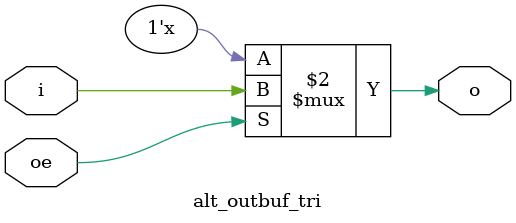
<source format=v>


module alt_outbuf_tri (
// INTERFACE BEGIN
	i,
	oe,
    o
// INTERFACE END
);

//Parameter Declaration
parameter io_standard = "none";
parameter current_strength = "none";
parameter location = "none";
parameter slow_slew_rate = "off";
parameter enable_bus_hold = "off";
parameter weak_pull_up_resistor = "off";
parameter termination = "none";

//Input Ports Declaration
input i;
input oe;

//Outout Ports Declaration
output o;

// IMPLEMENTATION BEGIN 
assign o = (oe == 1'b1) ? i : 1'bz;


// IMPLEMENTATION END
endmodule 
// MODEL END

</source>
